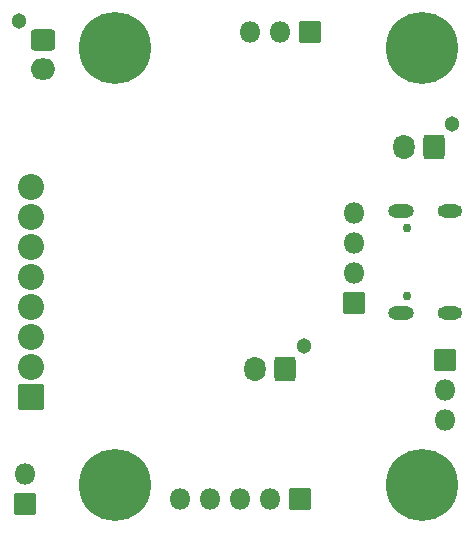
<source format=gbr>
G04 #@! TF.GenerationSoftware,KiCad,Pcbnew,7.0.3-24-g09febce4ce*
G04 #@! TF.CreationDate,2023-05-24T02:24:54-07:00*
G04 #@! TF.ProjectId,t962,74393632-2e6b-4696-9361-645f70636258,2.0*
G04 #@! TF.SameCoordinates,Original*
G04 #@! TF.FileFunction,Soldermask,Bot*
G04 #@! TF.FilePolarity,Negative*
%FSLAX46Y46*%
G04 Gerber Fmt 4.6, Leading zero omitted, Abs format (unit mm)*
G04 Created by KiCad (PCBNEW 7.0.3-24-g09febce4ce) date 2023-05-24 02:24:54*
%MOMM*%
%LPD*%
G01*
G04 APERTURE LIST*
G04 Aperture macros list*
%AMRoundRect*
0 Rectangle with rounded corners*
0 $1 Rounding radius*
0 $2 $3 $4 $5 $6 $7 $8 $9 X,Y pos of 4 corners*
0 Add a 4 corners polygon primitive as box body*
4,1,4,$2,$3,$4,$5,$6,$7,$8,$9,$2,$3,0*
0 Add four circle primitives for the rounded corners*
1,1,$1+$1,$2,$3*
1,1,$1+$1,$4,$5*
1,1,$1+$1,$6,$7*
1,1,$1+$1,$8,$9*
0 Add four rect primitives between the rounded corners*
20,1,$1+$1,$2,$3,$4,$5,0*
20,1,$1+$1,$4,$5,$6,$7,0*
20,1,$1+$1,$6,$7,$8,$9,0*
20,1,$1+$1,$8,$9,$2,$3,0*%
G04 Aperture macros list end*
%ADD10C,1.301600*%
%ADD11RoundRect,0.300800X0.600000X0.750000X-0.600000X0.750000X-0.600000X-0.750000X0.600000X-0.750000X0*%
%ADD12O,1.801600X2.101600*%
%ADD13RoundRect,0.300800X-0.750000X0.600000X-0.750000X-0.600000X0.750000X-0.600000X0.750000X0.600000X0*%
%ADD14O,2.101600X1.801600*%
%ADD15C,0.751600*%
%ADD16O,2.201600X1.151600*%
%ADD17O,2.101600X1.101600*%
%ADD18RoundRect,0.050800X-0.850000X-0.850000X0.850000X-0.850000X0.850000X0.850000X-0.850000X0.850000X0*%
%ADD19O,1.801600X1.801600*%
%ADD20RoundRect,0.050800X0.850000X0.850000X-0.850000X0.850000X-0.850000X-0.850000X0.850000X-0.850000X0*%
%ADD21RoundRect,0.050800X1.050000X-1.050000X1.050000X1.050000X-1.050000X1.050000X-1.050000X-1.050000X0*%
%ADD22C,2.201600*%
%ADD23C,6.101600*%
%ADD24RoundRect,0.050800X-0.850000X0.850000X-0.850000X-0.850000X0.850000X-0.850000X0.850000X0.850000X0*%
G04 APERTURE END LIST*
D10*
X166500000Y-41500000D03*
D11*
X164900000Y-43500000D03*
D12*
X162400000Y-43500000D03*
X149800000Y-62300000D03*
D11*
X152300000Y-62300000D03*
D10*
X153900000Y-60300000D03*
X129800000Y-32800000D03*
D13*
X131800000Y-34400000D03*
D14*
X131800000Y-36900000D03*
D15*
X162620000Y-56090000D03*
X162620000Y-50310000D03*
D16*
X162120000Y-57520000D03*
D17*
X166300000Y-57520000D03*
D16*
X162120000Y-48880000D03*
D17*
X166300000Y-48880000D03*
D18*
X165862000Y-61468000D03*
D19*
X165862000Y-64008000D03*
X165862000Y-66548000D03*
D20*
X130300000Y-73700000D03*
D19*
X130300000Y-71160000D03*
D21*
X130800000Y-64640000D03*
D22*
X130800000Y-62100000D03*
X130800000Y-59560000D03*
X130800000Y-57020000D03*
X130800000Y-54480000D03*
X130800000Y-51940000D03*
X130800000Y-49400000D03*
X130800000Y-46860000D03*
D23*
X137900000Y-72100000D03*
X163900000Y-72100000D03*
X137900000Y-35100000D03*
X163900000Y-35100000D03*
D24*
X154400000Y-33750000D03*
D19*
X151860000Y-33750000D03*
X149320000Y-33750000D03*
D20*
X158200000Y-56700000D03*
D19*
X158200000Y-54160000D03*
X158200000Y-51620000D03*
X158200000Y-49080000D03*
D24*
X153600000Y-73300000D03*
D19*
X151060000Y-73300000D03*
X148520000Y-73300000D03*
X145980000Y-73300000D03*
X143440000Y-73300000D03*
M02*

</source>
